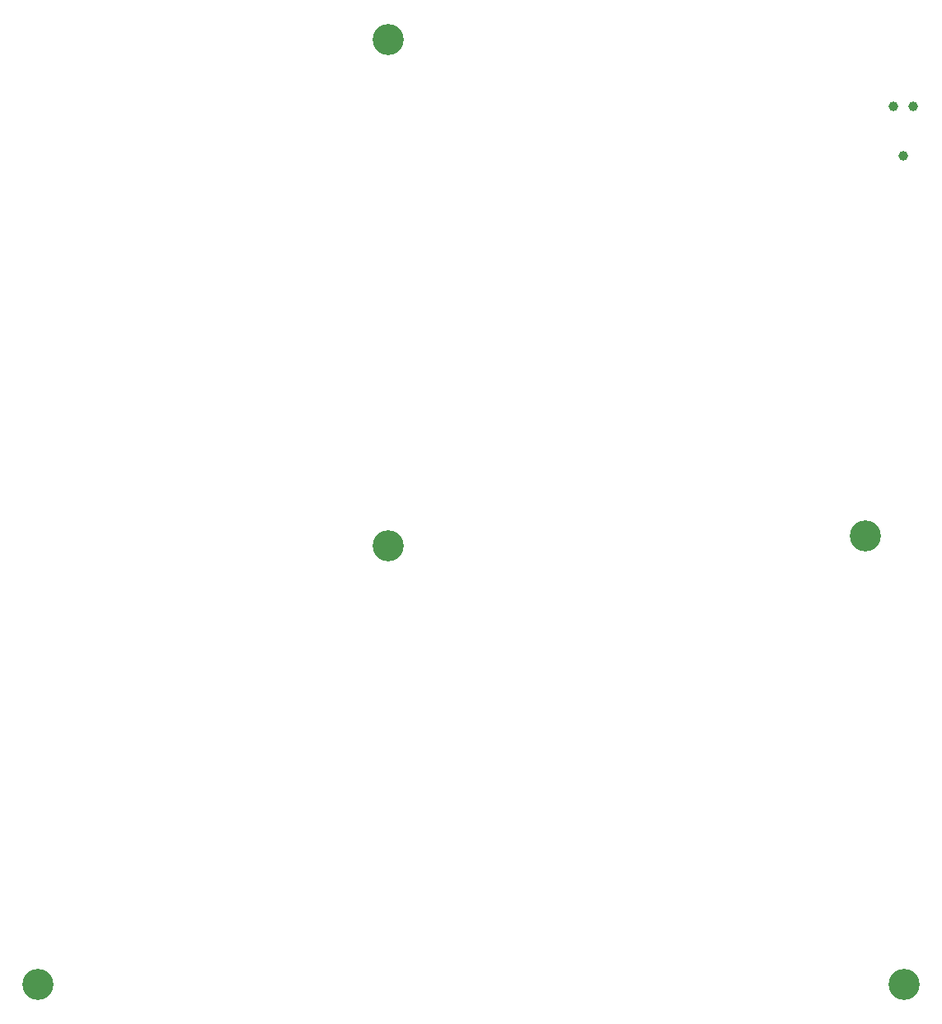
<source format=gbr>
%TF.GenerationSoftware,KiCad,Pcbnew,8.0.6*%
%TF.CreationDate,2024-10-30T01:37:24+00:00*%
%TF.ProjectId,Chirstmas-Card,43686972-7374-46d6-9173-2d436172642e,rev?*%
%TF.SameCoordinates,Original*%
%TF.FileFunction,Soldermask,Bot*%
%TF.FilePolarity,Negative*%
%FSLAX46Y46*%
G04 Gerber Fmt 4.6, Leading zero omitted, Abs format (unit mm)*
G04 Created by KiCad (PCBNEW 8.0.6) date 2024-10-30 01:37:24*
%MOMM*%
%LPD*%
G01*
G04 APERTURE LIST*
%ADD10C,3.200000*%
%ADD11C,0.990600*%
G04 APERTURE END LIST*
D10*
%TO.C,REF\u002A\u002A*%
X84000000Y-71000000D03*
%TD*%
%TO.C,REF\u002A\u002A*%
X84000000Y-123000000D03*
%TD*%
%TO.C,REF\u002A\u002A*%
X133000000Y-122000000D03*
%TD*%
%TO.C,REF\u002A\u002A*%
X137000000Y-168000000D03*
%TD*%
%TO.C,REF\u002A\u002A*%
X48000000Y-168000000D03*
%TD*%
D11*
%TO.C,J1*%
X136850000Y-82990000D03*
X135834000Y-77910000D03*
X137866000Y-77910000D03*
%TD*%
M02*

</source>
